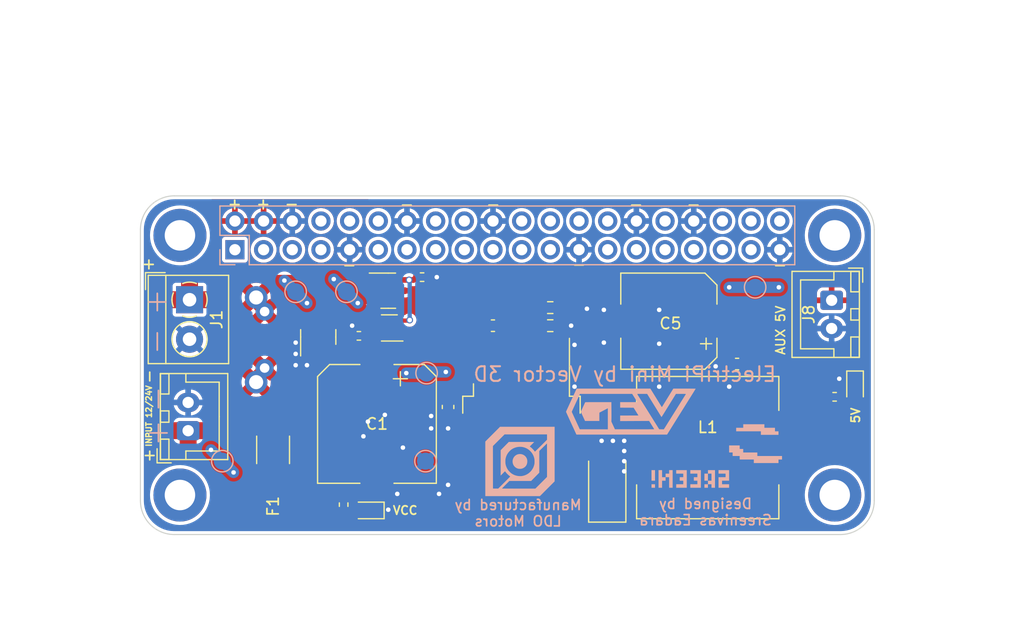
<source format=kicad_pcb>
(kicad_pcb (version 20211014) (generator pcbnew)
  (layers (0 "F.Cu" signal) (31 "B.Cu" signal) (34 "B.Paste" user) (35 "F.Paste" user) (36 "B.SilkS" user "B.Silkscreen") (37 "F.SilkS" user "F.Silkscreen") (38 "B.Mask" user) (39 "F.Mask" user) (44 "Edge.Cuts" user))
  (net 0 "")
  (net 1 "VCC")
  (net 2 "GND")
  (net 3 "Net-(C3-Pad1)")
  (net 4 "+5V")
  (net 5 "Net-(D3-Pad2)")
  (net 6 "Net-(D5-Pad2)")
  (net 7 "Net-(D6-Pad1)")
  (net 8 "Net-(F1-Pad1)")
  (net 9 "Net-(F1-Pad2)")
  (net 10 "5V_PI")
  (net 31 "Net-(Q2-Pad2)")
  (net 32 "Net-(Q2-Pad3)")
  (net 33 "Net-(R10-Pad1)")
  (net 44 "Net-(Q1-Pad3)")
  (footprint "Connector_JST:JST_XH_B2B-XH-A_1x02_P2.50mm_Vertical" (layer "F.Cu") (at 150.975 102.75 -90)
    (fp_text reference "J8" (at 1.25 2.025 90) (layer "F.SilkS"))
    (fp_text value "JST XH 01x02")
    (pad "1" thru_hole roundrect (at 0 0 270) (size 1.7 2) (drill 1) (layers *.Cu *.Mask) (roundrect_rratio 0.1470588235) (net 4 "+5V"))
    (pad "2" thru_hole oval (at 2.5 0 270) (size 1.7 2) (drill 1) (layers *.Cu *.Mask) (net 2 "GND"))
  )
  (footprint "Resistor_SMD:R_0402_1005Metric" (layer "F.Cu") (at 114.7 100.7)
    (fp_text reference "R2")
    (fp_text value "47K")
    (pad "1" smd roundrect (at -0.51 0) (size 0.54 0.64) (layers "F.Cu" "F.Paste" "F.Mask") (net 32 "Net-(Q2-Pad3)"))
    (pad "2" smd roundrect (at 0.51 0) (size 0.54 0.64) (layers "F.Cu" "F.Paste" "F.Mask") (net 2 "GND"))
  )
  (footprint "Resistor_SMD:R_0603_1608Metric" (layer "F.Cu") (at 126.05 105)
    (fp_text reference "R9")
    (fp_text value "3.3K")
    (pad "1" smd roundrect (at -0.825 0) (size 0.8 0.95) (layers "F.Cu" "F.Paste" "F.Mask") (net 33 "Net-(R10-Pad1)"))
    (pad "2" smd roundrect (at 0.825 0) (size 0.8 0.95) (layers "F.Cu" "F.Paste" "F.Mask") (net 2 "GND"))
  )
  (footprint "Package_TO_SOT_SMD:SOT-363_SC-70-6" (layer "F.Cu") (at 111.8 105.2 180)
    (fp_text reference "Q2")
    (fp_text value "50nA 150V 200mW 200mA")
    (pad "1" smd rect (at -0.95 -0.65 180) (size 0.65 0.4) (layers "F.Cu" "F.Paste" "F.Mask") (net 4 "+5V"))
    (pad "2" smd rect (at -0.95 0 180) (size 0.65 0.4) (layers "F.Cu" "F.Paste" "F.Mask") (net 31 "Net-(Q2-Pad2)"))
    (pad "3" smd rect (at -0.95 0.65 180) (size 0.65 0.4) (layers "F.Cu" "F.Paste" "F.Mask") (net 32 "Net-(Q2-Pad3)"))
    (pad "4" smd rect (at 0.95 0.65 180) (size 0.65 0.4) (layers "F.Cu" "F.Paste" "F.Mask") (net 10 "5V_PI"))
    (pad "5" smd rect (at 0.95 0 180) (size 0.65 0.4) (layers "F.Cu" "F.Paste" "F.Mask") (net 31 "Net-(Q2-Pad2)"))
    (pad "6" smd rect (at 0.95 -0.65 180) (size 0.65 0.4) (layers "F.Cu" "F.Paste" "F.Mask") (net 31 "Net-(Q2-Pad2)"))
  )
  (footprint "MountingHole:MountingHole_2.7mm_M2.5_DIN965_Pad" (layer "F.Cu") (at 93.25 97)
    (fp_text reference "H2" hide)
    (fp_text value "MountingHole")
    (pad "1" thru_hole circle locked (at 0 0) (size 4.7 4.7) (drill 2.7) (layers *.Cu *.Mask))
  )
  (footprint "TerminalBlock_4Ucon:TerminalBlock_4Ucon_1x02_P3.50mm_Horizontal" (layer "F.Cu") (at 94.1 102.7 -90)
    (fp_text reference "J1" (at 1.75 -2.4 90) (layer "F.SilkS"))
    (fp_text value "2444")
    (pad "1" thru_hole rect (at 0 0 270) (size 2.4 2.4) (drill 1.2) (layers *.Cu *.Mask) (net 8 "Net-(F1-Pad1)"))
    (pad "2" thru_hole circle (at 3.5 0 270) (size 2.4 2.4) (drill 1.2) (layers *.Cu *.Mask) (net 2 "GND"))
  )
  (footprint "Capacitor_SMD:C_0603_1608Metric" (layer "F.Cu") (at 120.975 105 180)
    (fp_text reference "C3")
    (fp_text value "1 uF")
    (pad "1" smd roundrect (at -0.775 0 180) (size 0.9 0.95) (layers "F.Cu" "F.Paste" "F.Mask") (net 3 "Net-(C3-Pad1)"))
    (pad "2" smd roundrect (at 0.775 0 180) (size 0.9 0.95) (layers "F.Cu" "F.Paste" "F.Mask") (net 1 "VCC"))
  )
  (footprint "Capacitor_SMD:CP_Elec_8x10" (layer "F.Cu") (at 136.5575 104.6 180)
    (fp_text reference "C5" (at -0.1425 -0.2 180) (layer "F.SilkS"))
    (fp_text value "1000uF")
    (pad "1" smd roundrect (at -3.25 0 180) (size 3.5 2.5) (layers "F.Cu" "F.Paste" "F.Mask") (roundrect_rratio 0.1) (net 4 "+5V"))
    (pad "2" smd roundrect (at 3.25 0 180) (size 3.5 2.5) (layers "F.Cu" "F.Paste" "F.Mask") (roundrect_rratio 0.1) (net 2 "GND"))
  )
  (footprint "Package_TO_SOT_SMD:SOT-23" (layer "F.Cu") (at 105.5 106 90)
    (fp_text reference "Q1")
    (fp_text value "30V 4A 44mΩ")
    (pad "1" smd roundrect (at -0.9375 -0.95 90) (size 1.475 0.6) (layers "F.Cu" "F.Paste" "F.Mask") (net 2 "GND"))
    (pad "2" smd roundrect (at -0.9375 0.95 90) (size 1.475 0.6) (layers "F.Cu" "F.Paste" "F.Mask") (net 1 "VCC"))
    (pad "3" smd roundrect (at 0.9375 0 90) (size 1.475 0.6) (layers "F.Cu" "F.Paste" "F.Mask") (net 44 "Net-(Q1-Pad3)"))
  )
  (footprint "Resistor_SMD:R_0402_1005Metric" (layer "F.Cu") (at 109.1 105.9 180)
    (fp_text reference "R1")
    (fp_text value "10K")
    (pad "1" smd roundrect (at -0.51 0 180) (size 0.54 0.64) (layers "F.Cu" "F.Paste" "F.Mask") (net 31 "Net-(Q2-Pad2)"))
    (pad "2" smd roundrect (at 0.51 0 180) (size 0.54 0.64) (layers "F.Cu" "F.Paste" "F.Mask") (net 2 "GND"))
  )
  (footprint "Package_TO_SOT_SMD:SOT-23" (layer "F.Cu") (at 111.7 101.9)
    (fp_text reference "Q3")
    (fp_text value "30V 4A 44mΩ")
    (pad "1" smd roundrect (at -0.9375 -0.95) (size 1.475 0.6) (layers "F.Cu" "F.Paste" "F.Mask") (net 32 "Net-(Q2-Pad3)"))
    (pad "2" smd roundrect (at -0.9375 0.95) (size 1.475 0.6) (layers "F.Cu" "F.Paste" "F.Mask") (net 10 "5V_PI"))
    (pad "3" smd roundrect (at 0.9375 0) (size 1.475 0.6) (layers "F.Cu" "F.Paste" "F.Mask") (net 4 "+5V"))
  )
  (footprint "Capacitor_SMD:C_0603_1608Metric" (layer "F.Cu") (at 142.6 108.4 180)
    (fp_text reference "C4")
    (fp_text value "1 uF")
    (pad "1" smd roundrect (at -0.775 0 180) (size 0.9 0.95) (layers "F.Cu" "F.Paste" "F.Mask") (net 4 "+5V"))
    (pad "2" smd roundrect (at 0.775 0 180) (size 0.9 0.95) (layers "F.Cu" "F.Paste" "F.Mask") (net 2 "GND"))
  )
  (footprint "Package_TO_SOT_SMD:TO-263-5_TabPin3" (layer "F.Cu") (at 123.5 114.2 -90)
    (fp_text reference "U1")
    (fp_text value "XL4015")
    (pad "1" smd rect (at -5.775 -3.4 270) (size 4.6 1.1) (layers "F.Cu" "F.Paste" "F.Mask") (net 2 "GND"))
    (pad "2" smd rect (at -5.775 -1.7 270) (size 4.6 1.1) (layers "F.Cu" "F.Paste" "F.Mask") (net 33 "Net-(R10-Pad1)"))
    (pad "3" smd rect (at -5.775 0 270) (size 4.6 1.1) (layers "F.Cu" "F.Paste" "F.Mask") (net 7 "Net-(D6-Pad1)"))
    (pad "3" smd rect (at 3.375 0 270) (size 9.4 10.8) (layers "F.Cu" "F.Mask") (net 7 "Net-(D6-Pad1)"))
    (pad "4" smd rect (at -5.775 1.7 270) (size 4.6 1.1) (layers "F.Cu" "F.Paste" "F.Mask") (net 3 "Net-(C3-Pad1)"))
    (pad "5" smd rect (at -5.775 3.4 270) (size 4.6 1.1) (layers "F.Cu" "F.Paste" "F.Mask") (net 1 "VCC"))
  )
  (footprint "Resistor_SMD:R_0402_1005Metric" (layer "F.Cu") (at 151.240001 111.3 180)
    (fp_text reference "R6" hide)
    (fp_text value "1kR")
    (pad "1" smd roundrect (at -0.51 0 180) (size 0.54 0.64) (layers "F.Cu" "F.Paste" "F.Mask") (net 5 "Net-(D3-Pad2)"))
    (pad "2" smd roundrect (at 0.51 0 180) (size 0.54 0.64) (layers "F.Cu" "F.Paste" "F.Mask") (net 4 "+5V"))
  )
  (footprint "Fuse:Fuse_Littelfuse-NANO2-451_453" (layer "F.Cu") (at 101.5 116 90)
    (fp_text reference "F1" (at -5 0 90 unlocked) (layer "F.SilkS"))
    (fp_text value "5A")
    (pad "1" smd rect (at -2.455 0 90) (size 1.96 3.15) (layers "F.Cu" "F.Paste" "F.Mask") (net 8 "Net-(F1-Pad1)"))
    (pad "2" smd rect (at 2.455 0 90) (size 1.96 3.15) (layers "F.Cu" "F.Paste" "F.Mask") (net 9 "Net-(F1-Pad2)"))
  )
  (footprint "Diode_SMD:D_SMA" (layer "F.Cu") (at 131.1 119 90)
    (fp_text reference "D6")
    (fp_text value "SS54")
    (pad "1" smd rect (at -2 0 90) (size 2.5 1.8) (layers "F.Cu" "F.Paste" "F.Mask") (net 7 "Net-(D6-Pad1)"))
    (pad "2" smd rect (at 2 0 90) (size 2.5 1.8) (layers "F.Cu" "F.Paste" "F.Mask") (net 2 "GND"))
  )
  (footprint "Inrush_Limiter:5_OR_7pt5_PITCH_ICL" (layer "F.Cu") (at 100 110 90)
    (fp_text reference "TH1")
    (fp_text value "ICL")
    (pad "1" thru_hole circle (at 0 0 90) (size 2 2) (drill 1.25) (layers *.Cu *.Mask) (net 9 "Net-(F1-Pad2)"))
    (pad "1" thru_hole circle (at 1.25 0.75 90) (size 1.6 1.6) (drill 0.85) (layers *.Cu *.Mask) (net 9 "Net-(F1-Pad2)"))
    (pad "2" thru_hole circle (at 7.5 0 90) (size 2 2) (drill 1.25) (layers *.Cu *.Mask) (net 44 "Net-(Q1-Pad3)"))
    (pad "2" thru_hole circle (at 6.25 0.75 90) (size 1.6 1.6) (drill 0.85) (layers *.Cu *.Mask) (net 44 "Net-(Q1-Pad3)"))
  )
  (footprint "Capacitor_SMD:CP_Elec_10x10" (layer "F.Cu") (at 110.7 113.7 -90)
    (fp_text reference "C1" (at 0 0) (layer "F.SilkS"))
    (fp_text value "220uF")
    (pad "1" smd roundrect (at -4 0 270) (size 4 2.5) (layers "F.Cu" "F.Paste" "F.Mask") (roundrect_rratio 0.1) (net 1 "VCC"))
    (pad "2" smd roundrect (at 4 0 270) (size 4 2.5) (layers "F.Cu" "F.Paste" "F.Mask") (roundrect_rratio 0.1) (net 2 "GND"))
  )
  (footprint "MountingHole:MountingHole_2.7mm_M2.5_DIN965_Pad" (layer "F.Cu") (at 151.25 97)
    (fp_text reference "H3" hide)
    (fp_text value "MountingHole")
    (pad "1" thru_hole circle locked (at 0 0) (size 4.7 4.7) (drill 2.7) (layers *.Cu *.Mask))
  )
  (footprint "Connector_JST:JST_XH_B2B-XH-A_1x02_P2.50mm_Vertical" (layer "F.Cu") (at 93.975 114.3 90)
    (fp_text reference "J2")
    (fp_text value "JST XH 01x02")
    (pad "1" thru_hole roundrect (at 0 0 90) (size 1.7 2) (drill 1) (layers *.Cu *.Mask) (roundrect_rratio 0.147059) (net 8 "Net-(F1-Pad1)"))
    (pad "2" thru_hole oval (at 2.5 0 90) (size 1.7 2) (drill 1) (layers *.Cu *.Mask) (net 2 "GND"))
  )
  (footprint "Capacitor_SMD:C_0603_1608Metric" (layer "F.Cu") (at 117 112.2 -90)
    (fp_text reference "C2")
    (fp_text value "1 uF")
    (pad "1" smd roundrect (at -0.775 0 270) (size 0.9 0.95) (layers "F.Cu" "F.Paste" "F.Mask") (net 1 "VCC"))
    (pad "2" smd roundrect (at 0.775 0 270) (size 0.9 0.95) (layers "F.Cu" "F.Paste" "F.Mask") (net 2 "GND"))
  )
  (footprint "LED_SMD:LED_0603_1608Metric" (layer "F.Cu") (at 109.85 121.3625 180)
    (fp_text reference "D5" hide)
    (fp_text value "2.3V 20mA")
    (pad "1" smd roundrect (at -0.7875 0 180) (size 0.875 0.95) (layers "F.Cu" "F.Paste" "F.Mask") (net 2 "GND"))
    (pad "2" smd roundrect (at 0.7875 0 180) (size 0.875 0.95) (layers "F.Cu" "F.Paste" "F.Mask") (net 6 "Net-(D5-Pad2)"))
  )
  (footprint "LED_SMD:LED_0603_1608Metric" (layer "F.Cu") (at 153.05 110.5 -90)
    (fp_text reference "D3" hide)
    (fp_text value "2.3V 20mA")
    (pad "1" smd roundrect (at -0.7875 0 270) (size 0.875 0.95) (layers "F.Cu" "F.Paste" "F.Mask") (net 2 "GND"))
    (pad "2" smd roundrect (at 0.7875 0 270) (size 0.875 0.95) (layers "F.Cu" "F.Paste" "F.Mask") (net 5 "Net-(D3-Pad2)"))
  )
  (footprint "Inductor_SMD:L_12x12mm_H6mm" (layer "F.Cu") (at 140 115.8)
    (fp_text reference "L1" (at 0 -1.8) (layer "F.SilkS"))
    (fp_text value "47 uH")
    (pad "1" smd rect (at -4.95 0) (size 2.9 5.4) (layers "F.Cu" "F.Paste" "F.Mask") (net 7 "Net-(D6-Pad1)"))
    (pad "2" smd rect (at 4.95 0) (size 2.9 5.4) (layers "F.Cu" "F.Paste" "F.Mask") (net 4 "+5V"))
  )
  (footprint "Resistor_SMD:R_0402_1005Metric" (layer "F.Cu") (at 107.75 120.85 90)
    (fp_text reference "R8" hide)
    (fp_text value "10kR")
    (pad "1" smd roundrect (at -0.51 0 90) (size 0.54 0.64) (layers "F.Cu" "F.Paste" "F.Mask") (net 6 "Net-(D5-Pad2)"))
    (pad "2" smd roundrect (at 0.51 0 90) (size 0.54 0.64) (layers "F.Cu" "F.Paste" "F.Mask") (net 1 "VCC"))
  )
  (footprint "Resistor_SMD:R_0603_1608Metric" (layer "F.Cu") (at 126.05 103.4)
    (fp_text reference "R10")
    (fp_text value "10K")
    (pad "1" smd roundrect (at -0.825 0) (size 0.8 0.95) (layers "F.Cu" "F.Paste" "F.Mask") (net 33 "Net-(R10-Pad1)"))
    (pad "2" smd roundrect (at 0.825 0) (size 0.8 0.95) (layers "F.Cu" "F.Paste" "F.Mask") (net 4 "+5V"))
  )
  (footprint "MountingHole:MountingHole_2.7mm_M2.5_DIN965_Pad" (layer "F.Cu") (at 151.25 120)
    (fp_text reference "H1" hide)
    (fp_text value "MountingHole")
    (pad "1" thru_hole circle locked (at 0 0) (size 4.7 4.7) (drill 2.7) (layers *.Cu *.Mask))
  )
  (footprint "MountingHole:MountingHole_2.7mm_M2.5_DIN965_Pad" (layer "F.Cu") (at 93.25 120)
    (fp_text reference "H4" hide)
    (fp_text value "MountingHole")
    (pad "1" thru_hole circle locked (at 0 0) (size 4.7 4.7) (drill 2.7) (layers *.Cu *.Mask))
  )
  (footprint "TestPoint:TestPoint_Pad_D1.5mm" (layer "B.Cu") (at 144.2 101.6 180)
    (fp_text reference "TP1")
    (fp_text value "TestPoint")
    (pad "1" smd circle (at 0 0 180) (size 1.5 1.5) (layers "B.Cu" "B.Mask") (net 4 "+5V"))
  )
  (footprint "TestPoint:TestPoint_Pad_D1.5mm" (layer "B.Cu") (at 115.1 109.2 180)
    (fp_text reference "TP4")
    (fp_text value "TestPoint")
    (pad "1" smd circle (at 0 0 180) (size 1.5 1.5) (layers "B.Cu" "B.Mask") (net 1 "VCC"))
  )
  (footprint "Connector_PinSocket_2.54mm:PinSocket_2x20_P2.54mm_Vertical" (layer "B.Cu") (at 98.12 98.27 -90)
    (fp_text reference "J6")
    (fp_text value "Raspberry_Pi_2_3")
    (pad "1" thru_hole rect (at 0 0 270) (size 1.7 1.7) (drill 1) (layers *.Cu *.Mask))
    (pad "2" thru_hole oval (at -2.54 0 270) (size 1.7 1.7) (drill 1) (layers *.Cu *.Mask) (net 10 "5V_PI"))
    (pad "3" thru_hole oval (at 0 -2.54 270) (size 1.7 1.7) (drill 1) (layers *.Cu *.Mask))
    (pad "4" thru_hole oval (at -2.54 -2.54 270) (size 1.7 1.7) (drill 1) (layers *.Cu *.Mask) (net 10 "5V_PI"))
    (pad "5" thru_hole oval (at 0 -5.08 270) (size 1.7 1.7) (drill 1) (layers *.Cu *.Mask))
    (pad "6" thru_hole oval (at -2.54 -5.08 270) (size 1.7 1.7) (drill 1) (layers *.Cu *.Mask) (net 2 "GND"))
    (pad "7" thru_hole oval (at 0 -7.62 270) (size 1.7 1.7) (drill 1) (layers *.Cu *.Mask))
    (pad "8" thru_hole oval (at -2.54 -7.62 270) (size 1.7 1.7) (drill 1) (layers *.Cu *.Mask))
    (pad "9" thru_hole oval (at 0 -10.16 270) (size 1.7 1.7) (drill 1) (layers *.Cu *.Mask) (net 2 "GND"))
    (pad "10" thru_hole oval (at -2.54 -10.16 270) (size 1.7 1.7) (drill 1) (layers *.Cu *.Mask))
    (pad "11" thru_hole oval (at 0 -12.7 270) (size 1.7 1.7) (drill 1) (layers *.Cu *.Mask))
    (pad "12" thru_hole oval (at -2.54 -12.7 270) (size 1.7 1.7) (drill 1) (layers *.Cu *.Mask))
    (pad "13" thru_hole oval (at 0 -15.24 270) (size 1.7 1.7) (drill 1) (layers *.Cu *.Mask))
    (pad "14" thru_hole oval (at -2.54 -15.24 270) (size 1.7 1.7) (drill 1) (layers *.Cu *.Mask) (net 2 "GND"))
    (pad "15" thru_hole oval (at 0 -17.78 270) (size 1.7 1.7) (drill 1) (layers *.Cu *.Mask))
    (pad "16" thru_hole oval (at -2.54 -17.78 270) (size 1.7 1.7) (drill 1) (layers *.Cu *.Mask))
    (pad "17" thru_hole oval (at 0 -20.32 270) (size 1.7 1.7) (drill 1) (layers *.Cu *.Mask))
    (pad "18" thru_hole oval (at -2.54 -20.32 270) (size 1.7 1.7) (drill 1) (layers *.Cu *.Mask))
    (pad "19" thru_hole oval (at 0 -22.86 270) (size 1.7 1.7) (drill 1) (layers *.Cu *.Mask))
    (pad "20" thru_hole oval (at -2.54 -22.86 270) (size 1.7 1.7) (drill 1) (layers *.Cu *.Mask) (net 2 "GND"))
    (pad "21" thru_hole oval (at 0 -25.4 270) (size 1.7 1.7) (drill 1) (layers *.Cu *.Mask))
    (pad "22" thru_hole oval (at -2.54 -25.4 270) (size 1.7 1.7) (drill 1) (layers *.Cu *.Mask))
    (pad "23" thru_hole oval (at 0 -27.94 270) (size 1.7 1.7) (drill 1) (layers *.Cu *.Mask))
    (pad "24" thru_hole oval (at -2.54 -27.94 270) (size 1.7 1.7) (drill 1) (layers *.Cu *.Mask))
    (pad "25" thru_hole oval (at 0 -30.48 270) (size 1.7 1.7) (drill 1) (layers *.Cu *.Mask) (net 2 "GND"))
    (pad "26" thru_hole oval (at -2.54 -30.48 270) (size 1.7 1.7) (drill 1) (layers *.Cu *.Mask))
    (pad "27" thru_hole oval (at 0 -33.02 270) (size 1.7 1.7) (drill 1) (layers *.Cu *.Mask))
    (pad "28" thru_hole oval (at -2.54 -33.02 270) (size 1.7 1.7) (drill 1) (layers *.Cu *.Mask))
    (pad "29" thru_hole oval (at 0 -35.56 270) (size 1.7 1.7) (drill 1) (layers *.Cu *.Mask))
    (pad "30" thru_hole oval (at -2.54 -35.56 270) (size 1.7 1.7) (drill 1) (layers *.Cu *.Mask) (net 2 "GND"))
    (pad "31" thru_hole oval (at 0 -38.1 270) (size 1.7 1.7) (drill 1) (layers *.Cu *.Mask))
    (pad "32" thru_hole oval (at -2.54 -38.1 270) (size 1.7 1.7) (drill 1) (layers *.Cu *.Mask))
    (pad "33" thru_hole oval (at 0 -40.64 270) (size 1.7 1.7) (drill 1) (layers *.Cu *.Mask))
    (pad "34" thru_hole oval (at -2.54 -40.64 270) (size 1.7 1.7) (drill 1) (layers *.Cu *.Mask) (net 2 "GND"))
    (pad "35" thru_hole oval (at 0 -43.18 270) (size 1.7 1.7) (drill 1) (layers *.Cu *.Mask))
    (pad "36" thru_hole oval (at -2.54 -43.18 270) (size 1.7 1.7) (drill 1) (layers *.Cu *.Mask))
    (pad "37" thru_hole oval (at 0 -45.72 270) (size 1.7 1.7) (drill 1) (layers *.Cu *.Mask))
    (pad "38" thru_hole oval (at -2.54 -45.72 270) (size 1.7 1.7) (drill 1) (layers *.Cu *.Mask))
    (pad "39" thru_hole oval (at 0 -48.26 270) (size 1.7 1.7) (drill 1) (layers *.Cu *.Mask) (net 2 "GND"))
    (pad "40" thru_hole oval (at -2.54 -48.26 270) (size 1.7 1.7) (drill 1) (layers *.Cu *.Mask))
  )
  (footprint "TestPoint:TestPoint_Pad_D1.5mm" (layer "B.Cu") (at 97 117 180)
    (fp_text reference "TP2")
    (fp_text value "TestPoint")
    (pad "1" smd circle (at 0 0 180) (size 1.5 1.5) (layers "B.Cu" "B.Mask") (net 8 "Net-(F1-Pad1)"))
  )
  (footprint "LOGO" (layer "B.Cu") (at 133.2 112.6 180)
    (fp_text reference "G***")
    (fp_text value "LOGO" hide)
  )
  (footprint "TestPoint:TestPoint_Pad_D1.5mm" (layer "B.Cu") (at 115 117 180)
    (fp_text reference "TP6")
    (fp_text value "TestPoint")
    (pad "1" smd circle (at 0 0 180) (size 1.5 1.5) (layers "B.Cu" "B.Mask") (net 2 "GND"))
  )
  (footprint "Logos:5reen_merge_small" (layer "B.Cu") (at 140.64375 116.7 180)
    (fp_text reference "G***")
    (fp_text value "LOGO" hide)
  )
  (footprint "TestPoint:TestPoint_Pad_D1.5mm" (layer "B.Cu") (at 103.5 102 180)
    (fp_text reference "TP3")
    (fp_text value "TestPoint")
    (pad "1" smd circle (at 0 0 180) (size 1.5 1.5) (layers "B.Cu" "B.Mask") (net 44 "Net-(Q1-Pad3)"))
  )
  (footprint "Logos:LDO Motors Logo" (layer "B.Cu") (at 123.3 117 180)
    (fp_text reference "G***")
    (fp_text value "LOGO" hide)
  )
  (footprint "TestPoint:TestPoint_Pad_D1.5mm" (layer "B.Cu") (at 108 102 180)
    (fp_text reference "TP5")
    (fp_text value "TestPoint")
    (pad "1" smd circle (at 0 0 180) (size 1.5 1.5) (layers "B.Cu" "B.Mask") (net 10 "5V_PI"))
  )
  (gr_line (start 92.75 93.5) (end 151.75 93.5) (layer "Edge.Cuts") (width 0.1))
  (gr_line (start 154.75 96.5) (end 154.75 120.5) (layer "Edge.Cuts") (width 0.1))
  (gr_arc (start 151.75 93.5) (mid 153.87132 94.37868) (end 154.75 96.5) (layer "Edge.Cuts") (width 0.1))
  (gr_arc (start 89.75 96.5) (mid 90.62868 94.37868) (end 92.75 93.5) (layer "Edge.Cuts") (width 0.1))
  (gr_arc (start 92.75 123.5) (mid 90.62868 122.62132) (end 89.75 120.5) (layer "Edge.Cuts") (width 0.1))
  (gr_arc (start 154.75 120.5) (mid 153.87132 122.62132) (end 151.75 123.5) (layer "Edge.Cuts") (width 0.1))
  (gr_line (start 92.75 123.5) (end 151.75 123.5) (layer "Edge.Cuts") (width 0.1))
  (gr_line (start 89.75 96.5) (end 89.75 120.5) (layer "Edge.Cuts") (width 0.1))
  (gr_text "-" (at 91.4 106.4 270) (layer "B.SilkS") (effects (font (size 2 2)) (justify mirror)))
  (gr_text "+" (at 91.4 102.9 270) (layer "B.SilkS") (effects (font (size 2 2)) (justify mirror)))
  (gr_text "Designed by\nSreenivas Eadara" (at 139.8 121.5) (layer "B.SilkS") (effects (font (size 0.9 0.9)) (justify mirror)))
  (gr_text "+" (at 91.5 114.5 270) (layer "B.SilkS") (effects (font (size 2 2)) (justify mirror)))
  (gr_text "Manufactured by\nLDO Motors" (at 123.2 121.6) (layer "B.SilkS") (effects (font (size 0.9 0.9)) (justify mirror)))
  (gr_text "-" (at 91.5 111.5 270) (layer "B.SilkS") (effects (font (size 2 2)) (justify mirror)))
  (gr_text "ElectriPi Mini by Vector 3D" (at 132.65 109.3) (layer "B.SilkS") (effects (font (size 1.3 1.3) (thickness 0.18)) (justify mirror)))
  (gr_text "-" (at 146.4 99.6) (layer "F.SilkS") (effects (font (size 1 1) (thickness 0.153))))
  (gr_text "-" (at 103.15 94.2) (layer "F.SilkS") (effects (font (size 1 1) (thickness 0.153))))
  (gr_text "-" (at 121 94.25) (layer "F.SilkS") (effects (font (size 1 1) (thickness 0.153))))
  (gr_text "+" (at 90.5 99.5) (layer "F.SilkS") (effects (font (size 1 1) (thickness 0.153))))
  (gr_text "+" (at 98.1 94.2) (layer "F.SilkS") (effects (font (size 1 1) (thickness 0.153))))
  (gr_text "+" (at 100.63 94.2) (layer "F.SilkS") (effects (font (size 1 1) (thickness 0.153))))
  (gr_text "VCC" (at 113.2 121.3625) (layer "F.SilkS") (effects (font (size 0.75 0.75))))
  (gr_text "-" (at 113.35 94.25) (layer "F.SilkS") (effects (font (size 1 1) (thickness 0.153))))
  (gr_text "+" (at 90.5 116.5 90) (layer "F.SilkS") (effects (font (size 1 1))))
  (gr_text "-" (at 138.75 94.25) (layer "F.SilkS") (effects (font (size 1 1) (thickness 0.153))))
  (gr_text "-" (at 108.25 99.6) (layer "F.SilkS") (effects (font (size 1 1) (thickness 0.153))))
  (gr_text "INPUT 12/24V" (at 90.5 113 90) (layer "F.SilkS") (effects (font (size 0.5 0.5) (thickness 0.125))))
  (gr_text "5V" (at 153.1 112.95 90) (layer "F.SilkS") (effects (font (size 0.75 0.75))))
  (gr_text "-" (at 128.6 99.55) (layer "F.SilkS") (effects (font (size 1 1) (thickness 0.153))))
  (gr_text "-" (at 90.5 109.5 90) (layer "F.SilkS") (effects (font (size 1 1))))
  (gr_text "AUX 5V" (at 146.45 105.4 90) (layer "F.SilkS") (effects (font (size 0.8 0.8) (thickness 0.14))))
  (gr_text "-" (at 133.65 94.25) (layer "F.SilkS") (effects (font (size 1 1) (thickness 0.153))))
  (segment (start 120.2 108.325) (end 120.1 108.425) (width 1) (layer "F.Cu") (net 1))
  (segment (start 107.75 120.34) (end 107.75 110.75) (width 0.5) (layer "F.Cu") (net 1))
  (segment (start 120.2 105) (end 120.2 108.325) (width 1) (layer "F.Cu") (net 1))
  (via (at 116.8 109.1) (size 0.6) (drill 0.4) (layers "F.Cu" "B.Cu") (net 1))
  (via (at 113.3 109.2) (size 0.6) (drill 0.4) (layers "F.Cu" "B.Cu") (net 1))
  (segment (start 116.8 109.1) (end 115.2 109.1) (width 1) (layer "B.Cu") (net 1))
  (segment (start 113.3 109.2) (end 115.1 109.2) (width 1) (layer "B.Cu") (net 1))
  (segment (start 111.6375 121.3625) (end 111.7 121.3) (width 0.5) (layer "F.Cu") (net 2))
  (segment (start 151.65 109.7) (end 151.6625 109.7125) (width 0.5) (layer "F.Cu") (net 2))
  (segment (start 115.21 100.7) (end 116 100.7) (width 0.5) (layer "F.Cu") (net 2))
  (segment (start 110.6375 121.3625) (end 111.6375 121.3625) (width 0.5) (layer "F.Cu") (net 2))
  (segment (start 108.5 105) (end 108.59 105.09) (width 0.5) (layer "F.Cu") (net 2))
  (segment (start 108.59 105.09) (end 108.59 105.9) (width 0.5) (layer "F.Cu") (net 2))
  (segment (start 151.6625 109.7125) (end 153.05 109.7125) (width 0.5) (layer "F.Cu") (net 2))
  (via (at 135.7 103.6) (size 0.6) (drill 0.4) (layers "F.Cu" "B.Cu") (net 2))
  (via (at 113 115.8) (size 0.6) (drill 0.4) (layers "F.Cu" "B.Cu") (net 2))
  (via (at 108.5 105) (size 0.6) (drill 0.4) (layers "F.Cu" "B.Cu") (net 2))
  (via (at 141.9 110.4) (size 0.6) (drill 0.4) (layers "F.Cu" "B.Cu") (net 2))
  (via (at 132.6 116.1) (size 0.6) (drill 0.4) (layers "F.Cu" "B.Cu") (net 2))
  (via (at 135.7 110.4) (size 0.6) (drill 0.4) (layers "F.Cu" "B.Cu") (net 2))
  (via (at 130.8 103.6) (size 0.6) (drill 0.4) (layers "F.Cu" "B.Cu") (net 2))
  (via (at 128.2 110.4) (size 0.6) (drill 0.4) (layers "F.Cu" "B.Cu") (net 2))
  (via (at 127.9 105) (size 0.6) (drill 0.4) (layers "F.Cu" "B.Cu") (net 2))
  (via (at 129.3 103.5) (size 0.6) (drill 0.4) (layers "F.Cu" "B.Cu") (net 2))
  (via (at 111.4 112.9) (size 0.6) (drill 0.4) (layers "F.Cu" "B.Cu") (net 2))
  (via (at 109.5 114.8) (size 0.6) (drill 0.4) (layers "F.Cu" "B.Cu") (net 2))
  (via (at 135.7 106.6) (size 0.6) (drill 0.4) (layers "F.Cu" "B.Cu") (net 2))
  (via (at 103.5 108.5) (size 0.6) (drill 0.4) (layers "F.Cu" "B.Cu") (net 2))
  (via (at 117 119.1) (size 0.6) (drill 0.4) (layers "F.Cu" "B.Cu") (net 2))
  (via (at 104.5 108.5) (size 0.6) (drill 0.4) (layers "F.Cu" "B.Cu") (net 2))
  (via (at 132.6 115.2) (size 0.6) (drill 0.4) (layers "F.Cu" "B.Cu") (net 2))
  (via (at 128.2 106.7) (size 0.6) (drill 0.4) (layers "F.Cu" "B.Cu") (net 2))
  (via (at 130.8 106.5) (size 0.6) (drill 0.4) (layers "F.Cu" "B.Cu") (net 2))
  (via (at 140.7 108.6) (size 0.6) (drill 0.4) (layers "F.Cu" "B.Cu") (net 2))
  (via (at 132.6 117.9) (size 0.6) (drill 0.4) (layers "F.Cu" "B.Cu") (net 2))
  (via (at 115.5 113) (size 0.6) (drill 0.4) (layers "F.Cu" "B.Cu") (net 2))
  (via (at 151.65 109.7) (size 0.6) (drill 0.4) (layers "F.Cu" "B.Cu") (net 2))
  (via (at 117 114.1) (size 0.6) (drill 0.4) (layers "F.Cu" "B.Cu") (net 2))
  (via (at 131.6 115.2) (size 0.6) (drill 0.4) (layers "F.Cu" "B.Cu") (net 2))
  (via (at 116.2 119.9) (size 0.6) (drill 0.4) (layers "F.Cu" "B.Cu") (net 2))
  (via (at 103.5 107.5) (size 0.6) (drill 0.4) (layers "F.Cu" "B.Cu") (net 2))
  (via (at 130.6 115.2) (size 0.6) (drill 0.4) (layers "F.Cu" "B.Cu") (net 2))
  (via (at 103.5 106.5) (size 0.6) (drill 0.4) (layers "F.Cu" "B.Cu") (net 2))
  (via (at 115.5 114.1) (size 0.6) (drill 0.4) (layers "F.Cu" "B.Cu") (net 2))
  (via (at 109.9 113.5) (size 0.6) (drill 0.4) (layers "F.Cu" "B.Cu") (net 2))
  (via (at 132.6 117) (size 0.6) (drill 0.4) (layers "F.Cu" "B.Cu") (net 2))
  (via (at 111.7 121.3) (size 0.6) (drill 0.4) (layers "F.Cu" "B.Cu") (net 2))
  (via (at 116 100.7) (size 0.6) (drill 0.4) (layers "F.Cu" "B.Cu") (net 2))
  (via (at 112.5 119.9) (size 0.6) (drill 0.4) (layers "F.Cu" "B.Cu") (net 2))
  (segment (start 121.75 105) (end 121.75 108.375) (width 1) (layer "F.Cu") (net 3))
  (segment (start 148.8 109.369999) (end 148.8 103.4) (width 0.5) (layer "F.Cu") (net 4))
  (segment (start 149.45 102.75) (end 150.975 102.75) (width 0.5) (layer "F.Cu") (net 4))
  (segment (start 150.730001 111.3) (end 148.8 109.369999) (width 0.5) (layer "F.Cu") (net 4))
  (segment (start 148.8 103.4) (end 149.45 102.75) (width 0.5) (layer "F.Cu") (net 4))
  (segment (start 126.875 103.4) (end 126.875 101.825) (width 0.5) (layer "F.Cu") (net 4))
  (via (at 146.3 101.6) (size 0.6) (drill 0.4) (layers "F.Cu" "B.Cu") (net 4))
  (via (at 141.9 101.6) (size 0.6) (drill 0.4) (layers "F.Cu" "B.Cu") (net 4))
  (segment (start 144.2 101.6) (end 146.3 101.6) (width 1) (layer "B.Cu") (net 4))
  (segment (start 141.9 101.6) (end 144.2 101.6) (width 1) (layer "B.Cu") (net 4))
  (segment (start 151.750001 111.3) (end 153.0375 111.3) (width 0.5) (layer "F.Cu") (net 5))
  (segment (start 109.0625 121.3625) (end 107.7525 121.3625) (width 0.5) (layer "F.Cu") (net 6))
  (segment (start 123.5 108.425) (end 123.5 117.575) (width 1) (layer "F.Cu") (net 7))
  (segment (start 131.1 121) (end 130.8 121.3) (width 2) (layer "F.Cu") (net 7))
  (segment (start 126.6 121.3) (end 123.5 118.2) (width 2) (layer "F.Cu") (net 7))
  (segment (start 135.05 118.85) (end 135.05 115.8) (width 2) (layer "F.Cu") (net 7))
  (segment (start 131.1 121) (end 132.9 121) (width 2) (layer "F.Cu") (net 7))
  (segment (start 132.9 121) (end 135.05 118.85) (width 2) (layer "F.Cu") (net 7))
  (segment (start 130.8 121.3) (end 126.6 121.3) (width 2) (layer "F.Cu") (net 7))
  (segment (start 131.35 121.25) (end 131.1 121) (width 2) (layer "F.Cu") (net 7))
  (via (at 96 116) (size 0.6) (drill 0.4) (layers "F.Cu" "B.Cu") (net 8))
  (via (at 98 118) (size 0.6) (drill 0.4) (layers "F.Cu" "B.Cu") (net 8))
  (segment (start 97 117) (end 98 118) (width 1) (layer "B.Cu") (net 8))
  (segment (start 97 117) (end 96 116) (width 1) (layer "B.Cu") (net 8))
  (via (at 106.875 100.875) (size 0.6) (drill 0.4) (layers "F.Cu" "B.Cu") (net 10))
  (via (at 109 103) (size 0.6) (drill 0.4) (layers "F.Cu" "B.Cu") (net 10))
  (segment (start 108 102) (end 106.875 100.875) (width 1) (layer "B.Cu") (net 10))
  (segment (start 108 102) (end 109 103) (width 1) (layer "B.Cu") (net 10))
  (segment (start 112.75 105.2) (end 110.85 105.2) (width 0.375) (layer "F.Cu") (net 31))
  (segment (start 110.85 105.85) (end 110.85 105.2) (width 0.375) (layer "F.Cu") (net 31))
  (segment (start 110.85 105.85) (end 109.66 105.85) (width 0.375) (layer "F.Cu") (net 31))
  (segment (start 113.94 100.95) (end 114.19 100.7) (width 0.5) (layer "F.Cu") (net 32))
  (segment (start 113.55 100.95) (end 113.94 100.95) (width 0.5) (layer "F.Cu") (net 32))
  (segment (start 113.55 104.55) (end 113.6 104.5) (width 0.375) (layer "F.Cu") (net 32))
  (segment (start 110.7625 100.95) (end 113.55 100.95) (width 0.5) (layer "F.Cu") (net 32))
  (segment (start 112.75 104.55) (end 113.55 104.55) (width 0.375) (layer "F.Cu") (net 32))
  (via (at 113.55 100.95) (size 0.6) (drill 0.4) (layers "F.Cu" "B.Cu") (net 32))
  (via (at 113.6 104.5) (size 0.6) (drill 0.4) (layers "F.Cu" "B.Cu") (net 32))
  (segment (start 113.6 101) (end 113.55 100.95) (width 0.375) (layer "B.Cu") (net 32))
  (segment (start 113.6 104.5) (end 113.6 101) (width 0.375) (layer "B.Cu") (net 32))
  (segment (start 125.225 108.4) (end 125.225 105) (width 0.5) (layer "F.Cu") (net 33))
  (segment (start 125.225 105) (end 125.225 103.4) (width 0.5) (layer "F.Cu") (net 33))
  (via (at 104.5 103) (size 0.6) (drill 0.4) (layers "F.Cu" "B.Cu") (net 44))
  (via (at 102.5 101) (size 0.6) (drill 0.4) (layers "F.Cu" "B.Cu") (net 44))
  (segment (start 103.5 102) (end 102.5 101) (width 1) (layer "B.Cu") (net 44))
  (segment (start 103.5 102) (end 104.5 103) (width 1) (layer "B.Cu") (net 44))
  (zone (net 4) (net_name "+5V") (layer "F.Cu") (connect_pads thru_hole_only (clearance 0.3)) (min_thickness 0.2) (fill yes (thermal_gap 0.3) (thermal_bridge_width 0.5))
    (polygon (pts (xy 153.5 104) (xy 148.6 104) (xy 146.7 106.1) (xy 146.7 118.7) (xy 142.8 118.7) (xy 142.8 107.3) (xy 137.25 105.9) (xy 137.25 102.3) (xy 120.7 102.3) (xy 116.4 106.6) (xy 112.2 106.6) (xy 112.2 101.4) (xy 116.7 101.4) (xy 117.8 100.3) (xy 152.9 100.3) (xy 153.5 100.9)))
  )
  (zone (net 2) (net_name "GND") (layer "F.Cu") (connect_pads thru_hole_only (clearance 0.3)) (min_thickness 0.254) (fill yes (thermal_gap 0.508) (thermal_bridge_width 0.508))
    (polygon (pts (xy 117.5 112.5) (xy 117.5 119.3) (xy 116.6 120.3) (xy 109.1 120.3) (xy 109.1 115) (xy 109.1 113.5) (xy 110.2 112.5)))
  )
  (zone (net 10) (net_name "5V_PI") (layer "F.Cu") (connect_pads (clearance 0.3)) (min_thickness 0.2) (fill yes (thermal_gap 0.3) (thermal_bridge_width 0.5))
    (polygon (pts (xy 110 101) (xy 111.25 101) (xy 111.25 104.75) (xy 109 104.75) (xy 104.25 100) (xy 96 100) (xy 96 93.5) (xy 110 93.5)))
  )
  (zone (net 44) (net_name "Net-(Q1-Pad3)") (layer "F.Cu") (connect_pads (clearance 0.5)) (min_thickness 0.254) (fill yes (thermal_gap 0.3) (thermal_bridge_width 1))
    (polygon (pts (xy 107 105.5) (xy 98 105.5) (xy 98 100.5) (xy 104 100.5) (xy 107 103.5)))
  )
  (zone (net 9) (net_name "Net-(F1-Pad2)") (layer "F.Cu") (connect_pads (clearance 0.5)) (min_thickness 0.254) (fill yes (thermal_gap 0.3) (thermal_bridge_width 1))
    (polygon (pts (xy 102.5 106) (xy 102.5 109.5) (xy 104.5 111.5) (xy 104.5 115) (xy 99 115) (xy 98 114) (xy 98 106)))
  )
  (zone (net 2) (net_name "GND") (layer "F.Cu") (connect_pads thru_hole_only (clearance 0.3)) (min_thickness 0.2) (fill yes (thermal_gap 0.3) (thermal_bridge_width 0.5))
    (polygon (pts (xy 133 118.3) (xy 130.2 118.3) (xy 130.2 114.8) (xy 133 114.8)))
  )
  (zone (net 1) (net_name "VCC") (layer "F.Cu") (connect_pads thru_hole_only (clearance 0.3)) (min_thickness 0.254) (fill yes (thermal_gap 0.508) (thermal_bridge_width 0.508))
    (polygon (pts (xy 120.9 112) (xy 107 112) (xy 106 111) (xy 106 106.1) (xy 107 106.1) (xy 108 107.1) (xy 119.3 107.1) (xy 120.9 107.1)))
  )
  (zone (net 8) (net_name "Net-(F1-Pad1)") (layer "F.Cu") (connect_pads (clearance 0.5)) (min_thickness 0.254) (fill yes (thermal_gap 0.508) (thermal_bridge_width 1.5))
    (polygon (pts (xy 97.25 100.5) (xy 97.25 114.25) (xy 98.75 115.75) (xy 104.5 115.75) (xy 104.5 121) (xy 94 121) (xy 90 117) (xy 90 100.5)))
  )
  (zone (net 2) (net_name "GND") (layer "F.Cu") (connect_pads (clearance 0.5)) (min_thickness 0.254) (fill yes (thermal_gap 0.508) (thermal_bridge_width 0.508))
    (polygon (pts (xy 105 109) (xy 103 109) (xy 103 106) (xy 105 106)))
  )
  (zone (net 2) (net_name "GND") (layer "F.Cu") (connect_pads thru_hole_only (clearance 0.3)) (min_thickness 0.2) (fill yes (thermal_gap 0.3) (thermal_bridge_width 0.5))
    (polygon (pts (xy 136.2 106.2) (xy 142.35 107.8) (xy 142.35 110.9) (xy 126.35 110.9) (xy 126.35 104.5) (xy 127.5 104.5) (xy 129 103.1) (xy 136.2 103.1)))
  )
  (zone (net 2) (net_name "GND") (layer "B.Cu") (connect_pads (clearance 0.3)) (min_thickness 0.2) (fill yes (thermal_gap 0.3) (thermal_bridge_width 0.5))
    (polygon (pts (xy 154.75 123.5) (xy 89.75 123.5) (xy 89.75 93.5) (xy 154.75 93.5)))
  )
)
</source>
